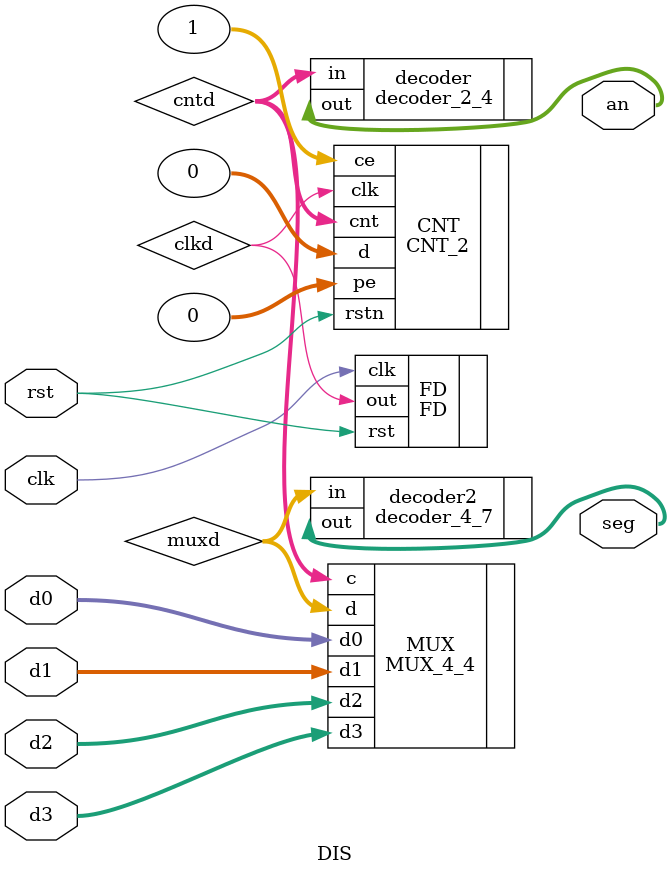
<source format=v>
`timescale 1ns / 1ps

module DIS (input clk,
            rst,
            input [3:0]d0,
            d1,
            d2,
            d3,
            output[3:0]an,
            output[6:0]seg);
    wire clkd;
    wire[1:0]cntd;
    wire[3:0]muxd;
    
    FD FD(.clk(clk),
    .rst(rst),
    .out(clkd));
    
    CNT_2 CNT(.clk(clkd),
    .rstn(rst),
    .pe(0),
    .ce(1),
    .d(0),
    .cnt(cntd));
    
    decoder_2_4 decoder(.in(cntd),
    .out(an));
    
    MUX_4_4 MUX(.c(cntd),
    .d0(d0),
    .d1(d1),
    .d2(d2),
    .d3(d3),
    .d(muxd));
    
    decoder_4_7 decoder2(.in(muxd),
    .out(seg));
    
endmodule

</source>
